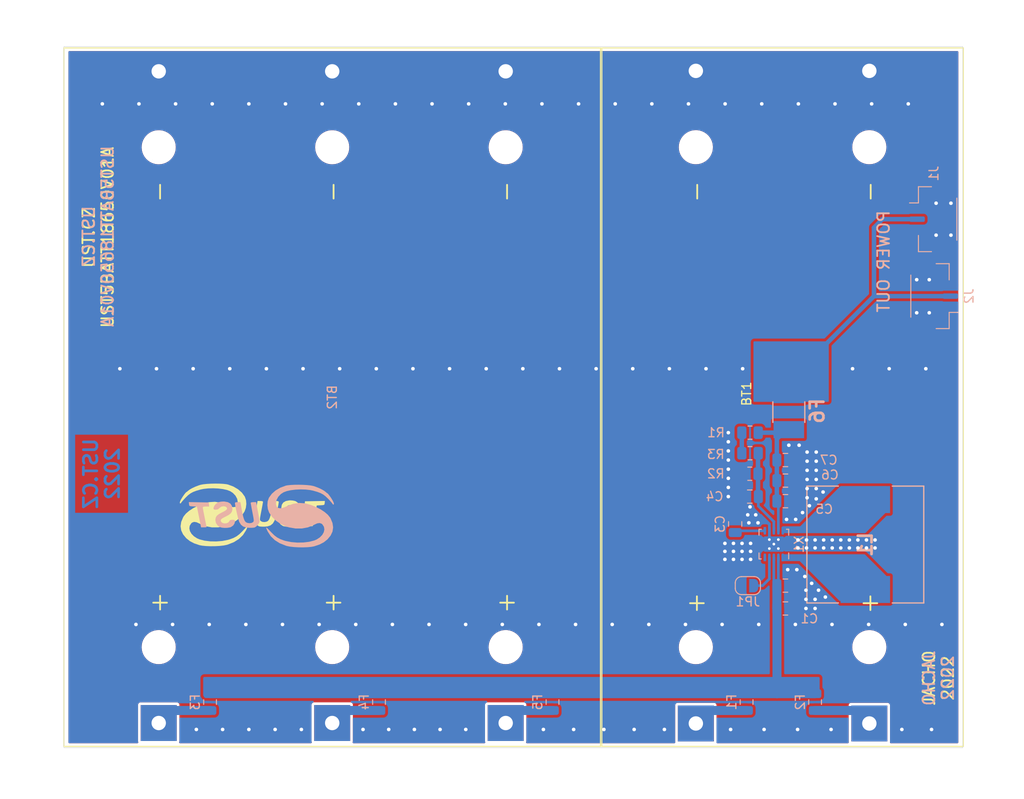
<source format=kicad_pcb>
(kicad_pcb (version 20211014) (generator pcbnew)
  (layers (0 "F.Cu" signal) (31 "B.Cu" signal) (34 "B.Paste" user) (35 "F.Paste" user) (36 "B.SilkS" user "B.Silkscreen") (37 "F.SilkS" user "F.Silkscreen") (38 "B.Mask" user) (39 "F.Mask" user) (44 "Edge.Cuts" user))
  (net 0 "")
  (net 1 "GND")
  (net 2 "Net-(C3-Pad2)")
  (net 3 "Net-(C4-Pad1)")
  (net 4 "Net-(C5-Pad2)")
  (net 5 "Net-(L1-Pad1)")
  (net 6 "Net-(L1-Pad2)")
  (net 7 "Net-(JP1-Pad2)")
  (net 9 "Net-(BT1-Pad1+)")
  (net 10 "Net-(BT1-Pad2+)")
  (net 11 "Net-(BT2-Pad1+)")
  (net 12 "Net-(BT2-Pad2+)")
  (net 13 "Net-(BT2-Pad3+)")
  (net 14 "Net-(C1-Pad2)")
  (net 15 "VDD")
  (net 16 "Net-(R1-Pad1)")
  (footprint "Mlab_Batery:BAT_BK-18650-PC6" (layer "F.Cu") (at 103.505 103.24 90)
    (fp_text reference "BT2")
    (fp_text value "NCR18650BL")
    (fp_text user "${REFERENCE}" (at -0.011 0 90) (layer "B.SilkS") (effects (justify mirror)))
    (fp_text user "-" (at 22.86 19.3 90 unlocked) (layer "F.SilkS") (effects (font (size 2 2) (thickness 0.2))))
    (fp_text user "+" (at -22.86 0 90 unlocked) (layer "F.SilkS") (effects (font (size 2 2) (thickness 0.2))))
    (fp_text user "-" (at 22.86 -19.3 90 unlocked) (layer "F.SilkS") (effects (font (size 2 2) (thickness 0.2))))
    (fp_text user "+" (at -22.86 -19.3 90 unlocked) (layer "F.SilkS") (effects (font (size 2 2) (thickness 0.2))))
    (fp_text user "-" (at 22.86 0 90 unlocked) (layer "F.SilkS") (effects (font (size 2 2) (thickness 0.2))))
    (fp_text user "+" (at -22.86 19.3 90 unlocked) (layer "F.SilkS") (effects (font (size 2 2) (thickness 0.2))))
    (pad "" np_thru_hole circle locked (at -27.805 -19.3 90) (size 3.2 3.2) (drill 3.2) (layers *.Cu *.Mask))
    (pad "" np_thru_hole circle locked (at 27.805 19.3 90) (size 3.2 3.2) (drill 3.2) (layers *.Cu *.Mask))
    (pad "" np_thru_hole circle locked (at 27.805 0 90) (size 3.2 3.2) (drill 3.2) (layers *.Cu *.Mask))
    (pad "" np_thru_hole circle locked (at -27.805 19.3 90) (size 3.2 3.2) (drill 3.2) (layers *.Cu *.Mask))
    (pad "" np_thru_hole circle locked (at 27.805 -19.3 90) (size 3.2 3.2) (drill 3.2) (layers *.Cu *.Mask))
    (pad "" np_thru_hole circle locked (at -27.805 0 90) (size 3.2 3.2) (drill 3.2) (layers *.Cu *.Mask))
    (pad "1+" thru_hole rect locked (at -36.25 -19.3 90) (size 4 4) (drill 1.6) (layers *.Cu *.Mask) (net 11 "Net-(BT2-Pad1+)"))
    (pad "1-" thru_hole rect locked (at 36.25 -19.3 90) (size 4 4) (drill 1.6) (layers *.Cu *.Mask) (net 1 "GND"))
    (pad "2+" thru_hole rect locked (at -36.25 0 90) (size 4 4) (drill 1.6) (layers *.Cu *.Mask) (net 12 "Net-(BT2-Pad2+)"))
    (pad "2-" thru_hole rect locked (at 36.25 0 90) (size 4 4) (drill 1.6) (layers *.Cu *.Mask) (net 1 "GND"))
    (pad "3+" thru_hole rect locked (at -36.25 19.3 90) (size 4 4) (drill 1.6) (layers *.Cu *.Mask) (net 13 "Net-(BT2-Pad3+)"))
    (pad "3-" thru_hole rect locked (at 36.25 19.3 90) (size 4 4) (drill 1.6) (layers *.Cu *.Mask) (net 1 "GND"))
  )
  (footprint "MLAB_LOGA:UST" (layer "F.Cu") (at 94.615 116.332)
    (fp_text reference "G1" hide)
    (fp_text value "LOGO_UST" hide)
  )
  (footprint "Mlab_Batery:BAT_BK-18650-PC4" (layer "F.Cu") (at 153.61 103.24 90)
    (fp_text reference "BT1" (at 0.37 -4.004 90) (layer "F.SilkS"))
    (fp_text value "NCR18650BL")
    (fp_text user "-" (at 22.86 9.65 90 unlocked) (layer "F.SilkS") (effects (font (size 2 2) (thickness 0.2))))
    (fp_text user "+" (at -22.920099 -9.684444 90 unlocked) (layer "F.SilkS") (effects (font (size 2 2) (thickness 0.2))))
    (fp_text user "-" (at 22.86 -9.65 90 unlocked) (layer "F.SilkS") (effects (font (size 2 2) (thickness 0.2))))
    (fp_text user "+" (at -22.920099 9.615556 90 unlocked) (layer "F.SilkS") (effects (font (size 2 2) (thickness 0.2))))
    (pad "" np_thru_hole circle locked (at -27.81 -9.65 90) (size 3.2 3.2) (drill 3.2) (layers *.Cu *.Mask))
    (pad "" np_thru_hole circle locked (at -27.81 9.65 90) (size 3.2 3.2) (drill 3.2) (layers *.Cu *.Mask))
    (pad "" np_thru_hole circle locked (at 27.81 9.65 90) (size 3.2 3.2) (drill 3.2) (layers *.Cu *.Mask))
    (pad "" np_thru_hole circle locked (at 27.81 -9.65 90) (size 3.2 3.2) (drill 3.2) (layers *.Cu *.Mask))
    (pad "1+" thru_hole rect locked (at -36.3 -9.65 90) (size 4 4) (drill 1.6) (layers *.Cu *.Mask) (net 9 "Net-(BT1-Pad1+)"))
    (pad "1-" thru_hole rect locked (at 36.3 -9.65 90) (size 4 4) (drill 1.6) (layers *.Cu *.Mask) (net 1 "GND"))
    (pad "2+" thru_hole rect locked (at -36.3 9.65 90) (size 4 4) (drill 1.6) (layers *.Cu *.Mask) (net 10 "Net-(BT1-Pad2+)"))
    (pad "2-" thru_hole rect locked (at 36.3 9.65 90) (size 4 4) (drill 1.6) (layers *.Cu *.Mask) (net 1 "GND"))
  )
  (footprint "Capacitor_SMD:C_0805_2012Metric" (layer "B.Cu") (at 153.924 114.808 180)
    (fp_text reference "C5" (at -4.318 -0.889) (layer "B.SilkS") (effects (justify mirror)))
    (fp_text value "10uF")
    (pad "1" smd roundrect (at -0.95 0 180) (size 1 1.45) (layers "B.Cu" "B.Paste" "B.Mask") (net 1 "GND"))
    (pad "2" smd roundrect (at 0.95 0 180) (size 1 1.45) (layers "B.Cu" "B.Paste" "B.Mask") (net 4 "Net-(C5-Pad2)"))
  )
  (footprint "Fuse:Fuse_0805_2012Metric" (layer "B.Cu") (at 108.712 137.16 -90)
    (fp_text reference "F4" (at 0 1.65 -270) (layer "B.SilkS") (effects (justify mirror)))
    (fp_text value "100mA")
    (pad "1" smd roundrect (at -0.9375 0 270) (size 0.975 1.4) (layers "B.Cu" "B.Paste" "B.Mask") (net 14 "Net-(C1-Pad2)"))
    (pad "2" smd roundrect (at 0.9375 0 270) (size 0.975 1.4) (layers "B.Cu" "B.Paste" "B.Mask") (net 12 "Net-(BT2-Pad2+)"))
  )
  (footprint "Capacitor_SMD:C_0805_2012Metric" (layer "B.Cu") (at 153.924 124.206 180)
    (fp_text reference "C2" hide)
    (fp_text value "10uF")
    (pad "1" smd roundrect (at -0.95 0 180) (size 1 1.45) (layers "B.Cu" "B.Paste" "B.Mask") (net 1 "GND"))
    (pad "2" smd roundrect (at 0.95 0 180) (size 1 1.45) (layers "B.Cu" "B.Paste" "B.Mask") (net 14 "Net-(C1-Pad2)"))
  )
  (footprint "Connector_JST:JST_GH_SM03B-GHS-TB_1x03-1MP_P1.25mm_Horizontal" (layer "B.Cu") (at 170.434 83.439 -90)
    (fp_text reference "J1" (at -5.08 0 90) (layer "B.SilkS") (effects (justify mirror)))
    (fp_text value "SM03B-GHS-TB")
    (pad "1" smd roundrect (at -1.25 1.85 270) (size 0.6 1.7) (layers "B.Cu" "B.Paste" "B.Mask") (net 1 "GND"))
    (pad "2" smd roundrect (at 0 1.85 270) (size 0.6 1.7) (layers "B.Cu" "B.Paste" "B.Mask") (net 15 "VDD"))
    (pad "3" smd roundrect (at 1.25 1.85 270) (size 0.6 1.7) (layers "B.Cu" "B.Paste" "B.Mask") (net 1 "GND"))
    (pad "MP" smd roundrect (at -3.1 -1.35 270) (size 1 2.7) (layers "B.Cu" "B.Paste" "B.Mask") (net 1 "GND"))
    (pad "MP" smd roundrect (at 3.1 -1.35 270) (size 1 2.7) (layers "B.Cu" "B.Paste" "B.Mask") (net 1 "GND"))
  )
  (footprint "Resistor_SMD:R_0805_2012Metric" (layer "B.Cu") (at 149.9635 111.76)
    (fp_text reference "R2" (at -3.7865 0) (layer "B.SilkS") (effects (justify mirror)))
    (fp_text value "100k")
    (pad "1" smd roundrect (at -0.9125 0) (size 1.025 1.4) (layers "B.Cu" "B.Paste" "B.Mask") (roundrect_rratio 0.243902) (net 1 "GND"))
    (pad "2" smd roundrect (at 0.9125 0) (size 1.025 1.4) (layers "B.Cu" "B.Paste" "B.Mask") (roundrect_rratio 0.243902) (net 3 "Net-(C4-Pad1)"))
  )
  (footprint "Capacitor_SMD:C_0805_2012Metric" (layer "B.Cu") (at 149.9635 114.3 180)
    (fp_text reference "C4" (at 3.9135 0) (layer "B.SilkS") (effects (justify mirror)))
    (fp_text value "10p")
    (pad "1" smd roundrect (at -0.95 0 180) (size 1 1.45) (layers "B.Cu" "B.Paste" "B.Mask") (net 3 "Net-(C4-Pad1)"))
    (pad "2" smd roundrect (at 0.95 0 180) (size 1 1.45) (layers "B.Cu" "B.Paste" "B.Mask") (net 1 "GND"))
  )
  (footprint "Fuse:Fuse_0805_2012Metric" (layer "B.Cu") (at 128.016 137.16 -90)
    (fp_text reference "F5" (at 0 1.65 -270) (layer "B.SilkS") (effects (justify mirror)))
    (fp_text value "100mA")
    (pad "1" smd roundrect (at -0.9375 0 270) (size 0.975 1.4) (layers "B.Cu" "B.Paste" "B.Mask") (net 14 "Net-(C1-Pad2)"))
    (pad "2" smd roundrect (at 0.9375 0 270) (size 0.975 1.4) (layers "B.Cu" "B.Paste" "B.Mask") (net 13 "Net-(BT2-Pad3+)"))
  )
  (footprint "Resistor_SMD:R_0805_2012Metric" (layer "B.Cu") (at 149.987 107.188)
    (fp_text reference "R1" (at -3.7865 0) (layer "B.SilkS") (effects (justify mirror)))
    (fp_text value "560k")
    (pad "1" smd roundrect (at -0.9125 0) (size 1.025 1.4) (layers "B.Cu" "B.Paste" "B.Mask") (roundrect_rratio 0.243902) (net 16 "Net-(R1-Pad1)"))
    (pad "2" smd roundrect (at 0.9125 0) (size 1.025 1.4) (layers "B.Cu" "B.Paste" "B.Mask") (roundrect_rratio 0.243902) (net 4 "Net-(C5-Pad2)"))
  )
  (footprint "Capacitor_SMD:C_0805_2012Metric" (layer "B.Cu") (at 153.924 110.236 180)
    (fp_text reference "C7" (at -4.826 0) (layer "B.SilkS") (effects (justify mirror)))
    (fp_text value "47uF/6V3")
    (pad "1" smd roundrect (at -0.95 0 180) (size 1 1.45) (layers "B.Cu" "B.Paste" "B.Mask") (net 1 "GND"))
    (pad "2" smd roundrect (at 0.95 0 180) (size 1 1.45) (layers "B.Cu" "B.Paste" "B.Mask") (net 4 "Net-(C5-Pad2)"))
  )
  (footprint "Jumper:SolderJumper-2_P1.3mm_Open_RoundedPad1.0x1.5mm" (layer "B.Cu") (at 149.748 124.206)
    (fp_text reference "JP1" (at 0 1.8) (layer "B.SilkS") (effects (justify mirror)))
    (fp_text value "SolderJumper_2_Open")
    (pad "1" smd custom (at -0.65 0) (size 1 0.5) (layers "B.Cu" "B.Mask") (net 1 "GND") (options (clearance outline) (anchor rect)) (primitives (gr_circle (center 0 -0.25) (end 0.5 -0.25) (width 0) (fill yes)) (gr_circle (center 0 0.25) (end 0.5 0.25) (width 0) (fill yes)) (gr_poly (pts (xy 0.5 -0.75) (xy 0 -0.75) (xy 0 0.75) (xy 0.5 0.75)) (width 0) (fill yes))))
    (pad "2" smd custom (at 0.65 0) (size 1 0.5) (layers "B.Cu" "B.Mask") (net 7 "Net-(JP1-Pad2)") (options (clearance outline) (anchor rect)) (primitives (gr_circle (center 0 -0.25) (end 0.5 -0.25) (width 0) (fill yes)) (gr_circle (center 0 0.25) (end 0.5 0.25) (width 0) (fill yes)) (gr_poly (pts (xy 0 -0.75) (xy -0.5 -0.75) (xy -0.5 0.75) (xy 0 0.75)) (width 0) (fill yes))))
  )
  (footprint "Capacitor_SMD:C_0805_2012Metric" (layer "B.Cu") (at 148.336 117.348 -90)
    (fp_text reference "C3" (at 0 1.68 -270) (layer "B.SilkS") (effects (justify mirror)))
    (fp_text value "100nF")
    (pad "1" smd roundrect (at -0.95 0 270) (size 1 1.45) (layers "B.Cu" "B.Paste" "B.Mask") (net 1 "GND"))
    (pad "2" smd roundrect (at 0.95 0 270) (size 1 1.45) (layers "B.Cu" "B.Paste" "B.Mask") (net 2 "Net-(C3-Pad2)"))
  )
  (footprint "MLAB_LOGA:UST" (layer "B.Cu") (at 95.631 116.459 180)
    (fp_text reference "G1" hide)
    (fp_text value "LOGO_UST" hide)
  )
  (footprint "Mlab_L:DE1207" (layer "B.Cu") (at 162.814 119.634 -90)
    (fp_text reference "L1" (at 0 0 90) (layer "B.SilkS") (effects (font (size 1.524 1.524) (thickness 0.3048)) (justify mirror)))
    (fp_text value "DE1207-1" hide)
    (pad "1" smd rect (at 5 0 270) (size 3 5.5) (layers "B.Cu" "B.Paste" "B.Mask") (net 5 "Net-(L1-Pad1)"))
    (pad "2" smd rect (at -5 0 270) (size 3 5.5) (layers "B.Cu" "B.Paste" "B.Mask") (net 6 "Net-(L1-Pad2)"))
  )
  (footprint "Capacitor_SMD:C_0805_2012Metric" (layer "B.Cu") (at 153.924 112.522 180)
    (fp_text reference "C6" (at -4.953 0.635) (layer "B.SilkS") (effects (justify mirror)))
    (fp_text value "47uF/6V3")
    (pad "1" smd roundrect (at -0.95 0 180) (size 1 1.45) (layers "B.Cu" "B.Paste" "B.Mask") (net 1 "GND"))
    (pad "2" smd roundrect (at 0.95 0 180) (size 1 1.45) (layers "B.Cu" "B.Paste" "B.Mask") (net 4 "Net-(C5-Pad2)"))
  )
  (footprint "Fuse:Fuse_0805_2012Metric" (layer "B.Cu") (at 157.226 137.16 -90)
    (fp_text reference "F2" (at 0 1.65 -270) (layer "B.SilkS") (effects (justify mirror)))
    (fp_text value "100mA")
    (pad "1" smd roundrect (at -0.9375 0 270) (size 0.975 1.4) (layers "B.Cu" "B.Paste" "B.Mask") (net 14 "Net-(C1-Pad2)"))
    (pad "2" smd roundrect (at 0.9375 0 270) (size 0.975 1.4) (layers "B.Cu" "B.Paste" "B.Mask") (net 10 "Net-(BT1-Pad2+)"))
  )
  (footprint "Capacitor_SMD:C_0805_2012Metric" (layer "B.Cu") (at 153.924 126.746 180)
    (fp_text reference "C1" (at -2.667 -1.143) (layer "B.SilkS") (effects (justify mirror)))
    (fp_text value "47uF/6V3")
    (pad "1" smd roundrect (at -0.95 0 180) (size 1 1.45) (layers "B.Cu" "B.Paste" "B.Mask") (net 1 "GND"))
    (pad "2" smd roundrect (at 0.95 0 180) (size 1 1.45) (layers "B.Cu" "B.Paste" "B.Mask") (net 14 "Net-(C1-Pad2)"))
  )
  (footprint "Resistor_SMD:R_0805_2012Metric" (layer "B.Cu") (at 149.987 109.474 180)
    (fp_text reference "R3" (at 3.81 -0.127) (layer "B.SilkS") (effects (justify mirror)))
    (fp_text value "20k")
    (pad "1" smd roundrect (at -0.9125 0 180) (size 1.025 1.4) (layers "B.Cu" "B.Paste" "B.Mask") (roundrect_rratio 0.243902) (net 3 "Net-(C4-Pad1)"))
    (pad "2" smd roundrect (at 0.9125 0 180) (size 1.025 1.4) (layers "B.Cu" "B.Paste" "B.Mask") (roundrect_rratio 0.243902) (net 16 "Net-(R1-Pad1)"))
  )
  (footprint "Package_SON:Texas_S-PWSON-N10_ThermalVias" (layer "B.Cu") (at 152.638 119.585 90)
    (fp_text reference "X1" (at -0.049 2.81 90) (layer "B.SilkS") (effects (justify mirror)))
    (fp_text value "TPS63060")
    (pad "1" smd rect (at -1.76 1 90) (size 0.28 0.28) (layers "B.Cu" "B.Paste" "B.Mask") (net 5 "Net-(L1-Pad1)"))
    (pad "1" smd oval (at -1.475 1 90) (size 0.85 0.28) (layers "B.Cu" "B.Paste" "B.Mask") (net 5 "Net-(L1-Pad1)"))
    (pad "2" smd rect (at -1.76 0.5 90) (size 0.28 0.28) (layers "B.Cu" "B.Paste" "B.Mask") (net 14 "Net-(C1-Pad2)"))
    (pad "2" smd oval (at -1.475 0.5 90) (size 0.85 0.28) (layers "B.Cu" "B.Paste" "B.Mask") (net 14 "Net-(C1-Pad2)"))
    (pad "3" smd rect (at -1.76 0 90) (size 0.28 0.28) (layers "B.Cu" "B.Paste" "B.Mask") (net 14 "Net-(C1-Pad2)"))
    (pad "3" smd oval (at -1.475 0 90) (size 0.85 0.28) (layers "B.Cu" "B.Paste" "B.Mask") (net 14 "Net-(C1-Pad2)"))
    (pad "4" smd oval (at -1.475 -0.5 90) (size 0.85 0.28) (layers "B.Cu" "B.Paste" "B.Mask") (net 7 "Net-(JP1-Pad2)"))
    (pad "4" smd rect (at -1.76 -0.5 90) (size 0.28 0.28) (layers "B.Cu" "B.Paste" "B.Mask") (net 7 "Net-(JP1-Pad2)"))
    (pad "5" smd rect (at -1.76 -1 90) (size 0.28 0.28) (layers "B.Cu" "B.Paste" "B.Mask"))
    (pad "5" smd oval (at -1.475 -1 90) (size 0.85 0.28) (layers "B.Cu" "B.Paste" "B.Mask"))
    (pad "6" smd oval (at 1.475 -1 90) (size 0.85 0.28) (layers "B.Cu" "B.Paste" "B.Mask") (net 2 "Net-(C3-Pad2)"))
    (pad "6" smd rect (at 1.76 -1 90) (size 0.28 0.28) (layers "B.Cu" "B.Paste" "B.Mask") (net 2 "Net-(C3-Pad2)"))
    (pad "7" smd oval (at 1.475 -0.5 90) (size 0.85 0.28) (layers "B.Cu" "B.Paste" "B.Mask") (net 1 "GND"))
    (pad "7" smd rect (at 1.76 -0.5 90) (size 0.28 0.28) (layers "B.Cu" "B.Paste" "B.Mask") (net 1 "GND"))
    (pad "8" smd oval (at 1.475 0 90) (size 0.85 0.28) (layers "B.Cu" "B.Paste" "B.Mask") (net 3 "Net-(C4-Pad1)"))
    (pad "8" smd rect (at 1.76 0 90) (size 0.28 0.28) (layers "B.Cu" "B.Paste" "B.Mask") (net 3 "Net-(C4-Pad1)"))
    (pad "9" smd oval (at 1.475 0.5 90) (size 0.85 0.28) (layers "B.Cu" "B.Paste" "B.Mask") (net 4 "Net-(C5-Pad2)"))
    (pad "9" smd rect (at 1.76 0.5 90) (size 0.28 0.28) (layers "B.Cu" "B.Paste" "B.Mask") (net 4 "Net-(C5-Pad2)"))
    (pad "10" smd rect (at 1.76 1 90) (size 0.28 0.28) (layers "B.Cu" "B.Paste" "B.Mask") (net 6 "Net-(L1-Pad2)"))
    (pad "10" smd oval (at 1.475 1 90) (size 0.85 0.28) (layers "B.Cu" "B.Paste" "B.Mask") (net 6 "Net-(L1-Pad2)"))
    (pad "11" smd rect (at -0.6 -1.425 90) (size 0.25 0.7) (layers "B.Cu" "B.Paste" "B.Mask") (net 1 "GND"))
    (pad "11" smd rect (at 0.6 -1.425 90) (size 0.25 0.7) (layers "B.Cu" "B.Paste" "B.Mask") (net 1 "GND"))
    (pad "11" smd rect (at -0.6 -1.425 90) (size 0.23 0.6) (layers "B.Cu" "B.Paste" "B.Mask") (net 1 "GND"))
    (pad "11" thru_hole circle (at 0 0 90) (size 0.6 0.6) (drill 0.3) (layers *.Cu *.Mask) (net 1 "GND"))
    (pad "11" smd rect (at -0.6 1.425 90) (size 0.25 0.7) (layers "B.Cu" "B.Paste" "B.Mask") (net 1 "GND"))
    (pad "11" smd rect (at 0 0 90) (size 1.7 2.15) (layers "B.Cu" "B.Mask") (net 1 "GND"))
    (pad "11" smd rect (at 0.435 0.56 90) (size 0.65 0.9) (layers "B.Cu" "B.Paste" "B.Mask") (net 1 "GND"))
    (pad "11" smd rect (at 0.2 1.425 90) (size 0.25 0.7) (layers "B.Cu" "B.Paste" "B.Mask") (net 1 "GND"))
    (pad "11" smd rect (at -0.2 -1.425 90) (size 0.23 0.6) (layers "B.Cu" "B.Paste" "B.Mask") (net 1 "GND"))
    (pad "11" smd rect (at 0.2 1.425 90) (size 0.23 0.6) (layers "B.Cu" "B.Paste" "B.Mask") (net 1 "GND"))
    (pad "11" thru_hole circle (at 0.5 0.5 90) (size 0.6 0.6) (drill 0.3) (layers *.Cu *.Mask) (net 1 "GND"))
    (pad "11" smd rect (at -0.001 0 90) (size 2.3 2.3) (layers "F.Cu") (net 1 "GND"))
    (pad "11" smd rect (at 0.2 -1.425 90) (size 0.25 0.7) (layers "B.Cu" "B.Paste" "B.Mask") (net 1 "GND"))
    (pad "11" smd rect (at 0.6 1.425 90) (size 0.25 0.7) (layers "B.Cu" "B.Paste" "B.Mask") (net 1 "GND"))
    (pad "11" thru_hole circle (at -0.5 -0.5 90) (size 0.6 0.6) (drill 0.3) (layers *.Cu *.Mask) (net 1 "GND"))
    (pad "11" smd rect (at 0.2 -1.425 90) (size 0.23 0.6) (layers "B.Cu" "B.Paste" "B.Mask") (net 1 "GND"))
    (pad "11" smd rect (at -0.2 1.425 90) (size 0.25 0.7) (layers "B.Cu" "B.Paste" "B.Mask") (net 1 "GND"))
    (pad "11" thru_hole circle (at -0.5 0.5 90) (size 0.6 0.6) (drill 0.3) (layers *.Cu *.Mask) (net 1 "GND"))
    (pad "11" smd rect (at -0.435 -0.56 90) (size 0.65 0.9) (layers "B.Cu" "B.Paste" "B.Mask") (net 1 "GND"))
    (pad "11" smd rect (at -0.6 1.425 90) (size 0.23 0.6) (layers "B.Cu" "B.Paste" "B.Mask") (net 1 "GND"))
    (pad "11" thru_hole circle (at 0.5 -0.5 90) (size 0.6 0.6) (drill 0.3) (layers *.Cu *.Mask) (net 1 "GND"))
    (pad "11" smd rect (at -0.435 0.56 90) (size 0.65 0.9) (layers "B.Cu" "B.Paste" "B.Mask") (net 1 "GND"))
    (pad "11" smd rect (at 0.435 -0.56 90) (size 0.65 0.9) (layers "B.Cu" "B.Paste" "B.Mask") (net 1 "GND"))
    (pad "11" smd rect (at -0.2 -1.425 90) (size 0.25 0.7) (layers "B.Cu" "B.Paste" "B.Mask") (net 1 "GND"))
    (pad "11" smd rect (at 0.6 1.425 90) (size 0.23 0.6) (layers "B.Cu" "B.Paste" "B.Mask") (net 1 "GND"))
    (pad "11" smd rect (at 0.6 -1.425 90) (size 0.23 0.6) (layers "B.Cu" "B.Paste" "B.Mask") (net 1 "GND"))
    (pad "11" smd rect (at -0.2 1.425 90) (size 0.23 0.6) (layers "B.Cu" "B.Paste" "B.Mask") (net 1 "GND"))
  )
  (footprint "Connector_JST:JST_GH_SM03B-GHS-TB_1x03-1MP_P1.25mm_Horizontal" (layer "B.Cu") (at 170.434 92 90)
    (fp_text reference "J2" (at 0 3.9 90) (layer "B.SilkS") (effects (justify mirror)))
    (fp_text value "SM03B-GHS-TB")
    (pad "1" smd roundrect (at -1.25 1.85 90) (size 0.6 1.7) (layers "B.Cu" "B.Paste" "B.Mask") (net 1 "GND"))
    (pad "2" smd roundrect (at 0 1.85 90) (size 0.6 1.7) (layers "B.Cu" "B.Paste" "B.Mask") (net 15 "VDD"))
    (pad "3" smd roundrect (at 1.25 1.85 90) (size 0.6 1.7) (layers "B.Cu" "B.Paste" "B.Mask") (net 1 "GND"))
    (pad "MP" smd roundrect (at -3.1 -1.35 90) (size 1 2.7) (layers "B.Cu" "B.Paste" "B.Mask") (net 1 "GND"))
    (pad "MP" smd roundrect (at 3.1 -1.35 90) (size 1 2.7) (layers "B.Cu" "B.Paste" "B.Mask") (net 1 "GND"))
  )
  (footprint "Fuse:Fuse_0805_2012Metric" (layer "B.Cu") (at 89.916 137.16 -90)
    (fp_text reference "F3" (at 0 1.65 -270) (layer "B.SilkS") (effects (justify mirror)))
    (fp_text value "100mA")
    (pad "1" smd roundrect (at -0.9375 0 270) (size 0.975 1.4) (layers "B.Cu" "B.Paste" "B.Mask") (net 14 "Net-(C1-Pad2)"))
    (pad "2" smd roundrect (at 0.9375 0 270) (size 0.975 1.4) (layers "B.Cu" "B.Paste" "B.Mask") (net 11 "Net-(BT2-Pad1+)"))
  )
  (footprint "Fuse:Fuse_0805_2012Metric" (layer "B.Cu") (at 149.606 137.16 -90)
    (fp_text reference "F1" (at 0 1.65 -270) (layer "B.SilkS") (effects (justify mirror)))
    (fp_text value "100mA")
    (pad "1" smd roundrect (at -0.9375 0 270) (size 0.975 1.4) (layers "B.Cu" "B.Paste" "B.Mask") (net 14 "Net-(C1-Pad2)"))
    (pad "2" smd roundrect (at 0.9375 0 270) (size 0.975 1.4) (layers "B.Cu" "B.Paste" "B.Mask") (net 9 "Net-(BT1-Pad1+)"))
  )
  (footprint "Mlab_F:1812" (layer "B.Cu") (at 154.305 104.902 90)
    (fp_text reference "F6" (at 0.13462 3.15468 90) (layer "B.SilkS") (effects (font (size 1.524 1.524) (thickness 0.3048)) (justify mirror)))
    (fp_text value "1,1A" hide)
    (pad "1" smd rect locked (at -1.95 0 90) (size 1.9 3.4) (layers "B.Cu" "B.Paste" "B.Mask") (net 4 "Net-(C5-Pad2)"))
    (pad "2" smd rect locked (at 1.95 0 90) (size 1.9 3.4) (layers "B.Cu" "B.Paste" "B.Mask") (net 15 "VDD"))
  )
  (gr_rect (start 73.66 142.24) (end 173.66 64.24) (layer "Edge.Cuts") (width 0.05) (fill none))
  (gr_text "UST.CZ\n2022" (at 77.851 111.76 90) (layer "B.Cu") (effects (font (size 1.5 1.5) (thickness 0.3)) (justify mirror)))
  (gr_text "UST.CZ\nUST5BATT18650V01A" (at 77.47 85.344 90) (layer "B.SilkS") (effects (font (size 1.3 1.3) (thickness 0.2)) (justify mirror)))
  (gr_text "JACHO\n2022" (at 170.942 134.493 90) (layer "B.SilkS") (effects (font (size 1.3 1.3) (thickness 0.2)) (justify mirror)))
  (gr_text "POWER OUT" (at 164.846 88.138 90) (layer "B.SilkS") (effects (font (size 1.3 1.3) (thickness 0.2)) (justify mirror)))
  (gr_text "UST.CZ\nUST5BATT18650V01A" (at 77.47 85.471 90) (layer "F.SilkS") (effects (font (size 1.3 1.3) (thickness 0.2))))
  (gr_text "JACHO\n2022" (at 170.942 134.493 90) (layer "F.SilkS") (effects (font (size 1.3 1.3) (thickness 0.2))))
  (via (at 157.226 120.015) (size 0.8) (drill 0.4) (layers "F.Cu" "B.Cu") (net 1))
  (via (at 102.38509 70.612) (size 0.8) (drill 0.4) (layers "F.Cu" "B.Cu") (net 1))
  (via (at 98.309545 70.612) (size 0.8) (drill 0.4) (layers "F.Cu" "B.Cu") (net 1))
  (via (at 159.131 119.126) (size 0.8) (drill 0.4) (layers "F.Cu" "B.Cu") (net 1))
  (via (at 161.393905 100.076) (size 0.8) (drill 0.4) (layers "F.Cu" "B.Cu") (net 1))
  (via (at 118.352455 128.524) (size 0.8) (drill 0.4) (layers "F.Cu" "B.Cu") (net 1))
  (via (at 130.57909 128.524) (size 0.8) (drill 0.4) (layers "F.Cu" "B.Cu") (net 1))
  (via (at 147.193 120.396) (size 0.8) (drill 0.4) (layers "F.Cu" "B.Cu") (net 1))
  (via (at 158.115 113.792) (size 0.8) (drill 0.4) (layers "F.Cu" "B.Cu") (net 1))
  (via (at 161.036 119.126) (size 0.8) (drill 0.4) (layers "F.Cu" "B.Cu") (net 1))
  (via (at 163.518265 70.612) (size 0.8) (drill 0.4) (layers "F.Cu" "B.Cu") (net 1))
  (via (at 108.41182 100.076) (size 0.8) (drill 0.4) (layers "F.Cu" "B.Cu") (net 1))
  (via (at 150.0505 119.507) (size 0.8) (drill 0.4) (layers "F.Cu" "B.Cu") (net 1))
  (via (at 169.545005 100.076) (size 0.8) (drill 0.4) (layers "F.Cu" "B.Cu") (net 1))
  (via (at 157.607 124.714) (size 0.8) (drill 0.4) (layers "F.Cu" "B.Cu") (net 1))
  (via (at 89.82364 128.524) (size 0.8) (drill 0.4) (layers "F.Cu" "B.Cu") (net 1))
  (via (at 92.10964 100.076) (size 0.8) (drill 0.4) (layers "F.Cu" "B.Cu") (net 1))
  (via (at 134.98945 70.612) (size 0.8) (drill 0.4) (layers "F.Cu" "B.Cu") (net 1))
  (via (at 156.2735 120.015) (size 0.8) (drill 0.4) (layers "F.Cu" "B.Cu") (net 1))
  (via (at 161.036 120.015) (size 0.8) (drill 0.4) (layers "F.Cu" "B.Cu") (net 1))
  (via (at 147.574 109.22) (size 0.8) (drill 0.4) (layers "F.Cu" "B.Cu") (net 1))
  (via (at 161.9885 119.126) (size 0.8) (drill 0.4) (layers "F.Cu" "B.Cu") (net 1))
  (via (at 124.714 100.076) (size 0.8) (drill 0.4) (layers "F.Cu" "B.Cu") (net 1))
  (via (at 156.845 123.952) (size 0.8) (drill 0.4) (layers "F.Cu" "B.Cu") (net 1))
  (via (at 147.828 140.208) (size 0.8) (drill 0.4) (layers "F.Cu" "B.Cu") (net 1))
  (via (at 97.155 140.208) (size 0.8) (drill 0.4) (layers "F.Cu" "B.Cu") (net 1))
  (via (at 148.1455 121.285) (size 0.8) (drill 0.4) (layers "F.Cu" "B.Cu") (net 1))
  (via (at 145.091725 100.076) (size 0.8) (drill 0.4) (layers "F.Cu" "B.Cu") (net 1))
  (via (at 154.178 122.428) (size 0.8) (drill 0.4) (layers "F.Cu" "B.Cu") (net 1))
  (via (at 106.12582 128.524) (size 0.8) (drill 0.4) (layers "F.Cu" "B.Cu") (net 1))
  (via (at 148.1455 120.396) (size 0.8) (drill 0.4) (layers "F.Cu" "B.Cu") (net 1))
  (via (at 155.448 108.585) (size 0.8) (drill 0.4) (layers "F.Cu" "B.Cu") (net 1))
  (via (at 137.0965 140.208) (size 0.8) (drill 0.4) (layers "F.Cu" "B.Cu") (net 1))
  (via (at 157.353 114.554) (size 0.8) (drill 0.4) (layers "F.Cu" "B.Cu") (net 1))
  (via (at 94.234 140.208) (size 0.8) (drill 0.4) (layers "F.Cu" "B.Cu") (net 1))
  (via (at 155.067 116.84) (size 0.8) (drill 0.4) (layers "F.Cu" "B.Cu") (net 1))
  (via (at 163.18345 128.524) (size 0.8) (drill 0.4) (layers "F.Cu" "B.Cu") (net 1))
  (via (at 155.321 119.126) (size 0.8) (drill 0.4) (layers "F.Cu" "B.Cu") (net 1))
  (via (at 150.0505 121.285) (size 0.8) (drill 0.4) (layers "F.Cu" "B.Cu") (net 1))
  (via (at 118.364 140.208) (size 0.8) (drill 0.4) (layers "F.Cu" "B.Cu") (net 1))
  (via (at 171.33455 128.524) (size 0.8) (drill 0.4) (layers "F.Cu" "B.Cu") (net 1))
  (via (at 168.529 90.17) (size 0.8) (drill 0.4) (layers "F.Cu" "B.Cu") (net 1))
  (via (at 157.226 126.746) (size 0.8) (drill 0.4) (layers "F.Cu" "B.Cu") (net 1))
  (via (at 85.748095 128.524) (size 0.8) (drill 0.4) (layers "F.Cu" "B.Cu") (net 1))
  (via (at 156.21 124.714) (size 0.8) (drill 0.4) (layers "F.Cu" "B.Cu") (net 1))
  (via (at 162.941 120.015) (size 0.8) (drill 0.4) (layers "F.Cu" "B.Cu") (net 1))
  (via (at 156.337 114.427) (size 0.8) (drill 0.4) (layers "F.Cu" "B.Cu") (net 1))
  (via (at 147.574 107.188) (size 0.8) (drill 0.4) (layers "F.Cu" "B.Cu") (net 1))
  (via (at 154.051 116.84) (size 0.8) (drill 0.4) (layers "F.Cu" "B.Cu") (net 1))
  (via (at 163.8935 120.015) (size 0.8) (drill 0.4) (layers "F.Cu" "B.Cu") (net 1))
  (via (at 149.16727 100.076) (size 0.8) (drill 0.4) (layers "F.Cu" "B.Cu") (net 1))
  (via (at 157.353 111.379) (size 0.8) (drill 0.4) (layers "F.Cu" "B.Cu") (net 1))
  (via (at 146.88127 128.524) (size 0.8) (drill 0.4) (layers "F.Cu" "B.Cu") (net 1))
  (via (at 160.0835 120.015) (size 0.8) (drill 0.4) (layers "F.Cu" "B.Cu") (net 1))
  (via (at 170.688 85.217) (size 0.8) (drill 0.4) (layers "F.Cu" "B.Cu") (net 1))
  (via (at 128.789545 100.076) (size 0.8) (drill 0.4) (layers "F.Cu" "B.Cu") (net 1))
  (via (at 147.574 108.204) (size 0.8) (drill 0.4) (layers "F.Cu" "B.Cu") (net 1))
  (via (at 140.462 140.208) (size 0.8) (drill 0.4) (layers "F.Cu" "B.Cu") (net 1))
  (via (at 156.21 125.73) (size 0.8) (drill 0.4) (layers "F.Cu" "B.Cu") (net 1))
  (via (at 156.337 109.347) (size 0.8) (drill 0.4) (layers "F.Cu" "B.Cu") (net 1))
  (via (at 122.762815 70.612) (size 0.8) (drill 0.4) (layers "F.Cu" "B.Cu") (net 1))
  (via (at 155.829 116.078) (size 0.8) (drill 0.4) (layers "F.Cu" "B.Cu") (net 1))
  (via (at 81.67255 128.524) (size 0.8) (drill 0.4) (layers "F.Cu" "B.Cu") (net 1))
  (via (at 155.367175 70.612) (size 0.8) (drill 0.4) (layers "F.Cu" "B.Cu") (net 1))
  (via (at 155.194 122.428) (size 0.8) (drill 0.4) (layers "F.Cu" "B.Cu") (net 1))
  (via (at 142.805725 128.524) (size 0.8) (drill 0.4) (layers "F.Cu" "B.Cu") (net 1))
  (via (at 147.574 110.236) (size 0.8) (drill 0.4) (layers "F.Cu" "B.Cu") (net 1))
  (via (at 157.226 119.126) (size 0.8) (drill 0.4) (layers "F.Cu" "B.Cu") (net 1))
  (via (at 104.336275 100.076) (size 0.8) (drill 0.4) (layers "F.Cu" "B.Cu") (net 1))
  (via (at 149.86 117.221) (size 0.8) (drill 0.4) (layers "F.Cu" "B.Cu") (net 1))
  (via (at 157.226 125.73) (size 0.8) (drill 0.4) (layers "F.Cu" "B.Cu") (net 1))
  (via (at 168.529 93.853) (size 0.8) (drill 0.4) (layers "F.Cu" "B.Cu") (net 1))
  (via (at 116.56291 100.076) (size 0.8) (drill 0.4) (layers "F.Cu" "B.Cu") (net 1))
  (via (at 126.83836 70.612) (size 0.8) (drill 0.4) (layers "F.Cu" "B.Cu") (net 1))
  (via (at 147.193 119.507) (size 0.8) (drill 0.4) (layers "F.Cu" "B.Cu") (net 1))
  (via (at 158.1785 120.015) (size 0.8) (drill 0.4) (layers "F.Cu" "B.Cu") (net 1))
  (via (at 158.369 125.476) (size 0.8) (drill 0.4) (layers "F.Cu" "B.Cu") (net 1))
  (via (at 158.1785 119.126) (size 0.8) (drill 0.4) (layers "F.Cu" "B.Cu") (net 1))
  (via (at 156.591 115.316) (size 0.8) (drill 0.4) (layers "F.Cu" "B.Cu") (net 1))
  (via (at 114.27691 128.524) (size 0.8) (drill 0.4) (layers "F.Cu" "B.Cu") (net 1))
  (via (at 156.337 112.395) (size 0.8) (drill 0.4) (layers "F.Cu" "B.Cu") (net 1))
  (via (at 159.131 120.015) (size 0.8) (drill 0.4) (layers "F.Cu" "B.Cu") (net 1))
  (via (at 149.987 115.443) (size 0.8) (drill 0.4) (layers "F.Cu" "B.Cu") (net 1))
  (via (at 147.574 112.268) (size 0.8) (drill 0.4) (layers "F.Cu" "B.Cu") (net 1))
  (via (at 150.876 117.221) (size 0.8) (drill 0.4) (layers "F.Cu" "B.Cu") (net 1))
  (via (at 172.339 81.661) (size 0.8) (drill 0.4) (layers "F.Cu" "B.Cu") (net 1))
  (via (at 149.733 116.332) (size 0.8) (drill 0.4) (layers "F.Cu" "B.Cu") (net 1))
  (via (at 100.076 140.208) (size 0.8) (drill 0.4) (layers "F.Cu" "B.Cu") (net 1))
  (via (at 170.18 140.208) (size 0.8) (drill 0.4) (layers "F.Cu" "B.Cu") (net 1))
  (via (at 115.5065 140.208) (size 0.8) (drill 0.4) (layers "F.Cu" "B.Cu") (net 1))
  (via (at 127 140.208) (size 0.8) (drill 0.4) (layers "F.Cu" "B.Cu") (net 1))
  (via (at 136.940635 100.076) (size 0.8) (drill 0.4) (layers "F.Cu" "B.Cu") (net 1))
  (via (at 149.098 119.507) (size 0.8) (drill 0.4) (layers "F.Cu" "B.Cu") (net 1))
  (via (at 167.258995 128.524) (size 0.8) (drill 0.4) (layers "F.Cu" "B.Cu") (net 1))
  (via (at 167.59382 70.612) (size 0.8) (drill 0.4) (layers "F.Cu" "B.Cu") (net 1))
  (via (at 110.53618 70.612) (size 0.8) (drill 0.4) (layers "F.Cu" "B.Cu") (net 1))
  (via (at 149.098 121.285) (size 0.8) (drill 0.4) (layers "F.Cu" "B.Cu") (net 1))
  (via (at 172.339 85.217) (size 0.8) (drill 0.4) (layers "F.Cu" "B.Cu") (net 1))
  (via (at 159.44272 70.612) (size 0.8) (drill 0.4) (layers "F.Cu" "B.Cu") (net 1))
  (via (at 165.46945 100.076) (size 0.8) (drill 0.4) (layers "F.Cu" "B.Cu") (net 1))
  (via (at 151.553333 140.208) (size 0.8) (drill 0.4) (layers "F.Cu" "B.Cu") (net 1))
  (via (at 110.201365 128.524) (size 0.8) (drill 0.4) (layers "F.Cu" "B.Cu") (net 1))
  (via (at 157.353 112.395) (size 0.8) (drill 0.4) (layers "F.Cu" "B.Cu") (net 1))
  (via (at 83.95855 100.076) (size 0.8) (drill 0.4) (layers "F.Cu" "B.Cu") (net 1))
  (via (at 163.8935 119.126) (size 0.8) (drill 0.4) (layers "F.Cu" "B.Cu") (net 1))
  (via (at 126.503545 128.524) (size 0.8) (drill 0.4) (layers "F.Cu" "B.Cu") (net 1))
  (via (at 132.86509 100.076) (size 0.8) (drill 0.4) (layers "F.Cu" "B.Cu") (net 1))
  (via (at 91.313 140.208) (size 0.8) (drill 0.4) (layers "F.Cu" "B.Cu") (net 1))
  (via (at 156.337 111.379) (size 0.8) (drill 0.4) (layers "F.Cu" "B.Cu") (net 1))
  (via (at 149.098 120.396) (size 0.8) (drill 0.4) (layers "F.Cu" "B.Cu") (net 1))
  (via (at 147.216085 70.612) (size 0.8) (drill 0.4) (layers "F.Cu" "B.Cu") (net 1))
  (via (at 120.638455 100.076) (size 0.8) (drill 0.4) (layers "F.Cu" "B.Cu") (net 1))
  (via (at 155.321 120.015) (size 0.8) (drill 0.4) (layers "F.Cu" "B.Cu") (net 1))
  (via (at 138.73018 128.524) (size 0.8) (drill 0.4) (layers "F.Cu" "B.Cu") (net 1))
  (via (at 94.234 70.612) (size 0.8) (drill 0.4) (layers "F.Cu" "B.Cu") (net 1))
  (via (at 134.654635 128.524) (size 0.8) (drill 0.4) (layers "F.Cu" "B.Cu") (net 1))
  (via (at 133.731 140.208) (size 0.8) (drill 0.4) (layers "F.Cu" "B.Cu") (net 1))
  (via (at 88.034095 100.076) (size 0.8) (drill 0.4) (layers "F.Cu" "B.Cu") (net 1))
  (via (at 156.337 113.411) (size 0.8) (drill 0.4) (layers "F.Cu" "B.Cu") (net 1))
  (via (at 156.21 126.746) (size 0.8) (drill 0.4) (layers "F.Cu" "B.Cu") (net 1))
  (via (at 130.913905 70.612) (size 0.8) (drill 0.4) (layers "F.Cu" "B.Cu") (net 1))
  (via (at 139.064995 70.612) (size 0.8) (drill 0.4) (layers "F.Cu" "B.Cu") (net 1))
  (via (at 159.107905 128.524) (size 0.8) (drill 0.4) (layers "F.Cu" "B.Cu") (net 1))
  (via (at 169.926 90.17) (size 0.8) (drill 0.4) (layers "F.Cu" "B.Cu") (net 1))
  (via (at 88.392 140.208) (size 0.8) (drill 0.4) (layers "F.Cu" "B.Cu") (net 1))
  (via (at 122.428 128.524) (size 0.8) (drill 0.4) (layers "F.Cu" "B.Cu") (net 1))
  (via (at 109.7915 140.208) (size 0.8) (drill 0.4) (layers "F.Cu" "B.Cu") (net 1))
  (via (at 160.0835 119.126) (size 0.8) (drill 0.4) (layers "F.Cu" "B.Cu") (net 1))
  (via (at 157.353 110.363) (size 0.8) (drill 0.4) (layers "F.Cu" "B.Cu") (net 1))
  (via (at 114.611725 70.612) (size 0.8) (drill 0.4) (layers "F.Cu" "B.Cu") (net 1))
  (via (at 106.460635 70.612) (size 0.8) (drill 0.4) (layers "F.Cu" "B.Cu") (net 1))
  (via (at 97.97473 128.524) (size 0.8) (drill 0.4) (layers "F.Cu" "B.Cu") (net 1))
  (via (at 150.956815 128.524) (size 0.8) (drill 0.4) (layers "F.Cu" "B.Cu") (net 1))
  (via (at 93.899185 128.524) (size 0.8) (drill 0.4) (layers "F.Cu" "B.Cu") (net 1))
  (via (at 106.934 140.208) (size 0.8) (drill 0.4) (layers "F.Cu" "B.Cu") (net 1))
  (via (at 143.14054 70.612) (size 0.8) (drill 0.4) (layers "F.Cu" "B.Cu") (net 1))
  (via (at 90.158455 70.612) (size 0.8) (drill 0.4) (layers "F.Cu" "B.Cu") (net 1))
  (via (at 130.3655 140.208) (size 0.8) (drill 0.4) (layers "F.Cu" "B.Cu") (net 1))
  (via (at 169.926 93.853) (size 0.8) (drill 0.4) (layers "F.Cu" "B.Cu") (net 1))
  (via (at 156.083 123.19) (size 0.8) (drill 0.4) (layers "F.Cu" "B.Cu") (net 1))
  (via (at 79.883005 100.076) (size 0.8) (drill 0.4) (layers "F.Cu" "B.Cu") (net 1))
  (via (at 166.878 140.208) (size 0.8) (drill 0.4) (layers "F.Cu" "B.Cu") (net 1))
  (via (at 154.305 108.585) (size 0.8) (drill 0.4) (layers "F.Cu" "B.Cu") (net 1))
  (via (at 147.574 114.3) (size 0.8) (drill 0.4) (layers "F.Cu" "B.Cu") (net 1))
  (via (at 112.649 140.208) (size 0.8) (drill 0.4) (layers "F.Cu" "B.Cu") (net 1))
  (via (at 112.487365 100.076) (size 0.8) (drill 0.4) (layers "F.Cu" "B.Cu") (net 1))
  (via (at 96.185185 100.076) (size 0.8) (drill 0.4) (layers "F.Cu" "B.Cu") (net 1))
  (via (at 156.2735 119.126) (size 0.8) (drill 0.4) (layers "F.Cu" "B.Cu") (net 1))
  (via (at 170.688 81.661) (size 0.8) (drill 0.4) (layers "F.Cu" "B.Cu") (net 1))
  (via (at 150.622 116.332) (size 0.8) (drill 0.4) (layers "F.Cu" "B.Cu") (net 1))
  (via (at 155.03236 128.524) (size 0.8) (drill 0.4) (layers "F.Cu" "B.Cu") (net 1))
  (via (at 100.26073 100.076) (size 0.8) (drill 0.4) (layers "F.Cu" "B.Cu") (net 1))
  (via (at 118.68727 70.612) (size 0.8) (drill 0.4) (layers "F.Cu" "B.Cu") (net 1))
  (via (at 155.278666 140.208) (size 0.8) (drill 0.4) (layers "F.Cu" "B.Cu") (net 1))
  (via (at 150.0505 120.396) (size 0.8) (drill 0.4) (layers "F.Cu" "B.Cu") (net 1))
  (via (at 162.941 119.126) (size 0.8) (drill 0.4) (layers "F.Cu" "B.Cu") (net 1))
  (via (at 77.93182 70.612) (size 0.8) (drill 0.4) (layers "F.Cu" "B.Cu") (net 1))
  (via (at 141.01618 100.076) (size 0.8) (drill 0.4) (layers "F.Cu" "B.Cu") (net 1))
  (via (at 147.193 121.285) (size 0.8) (drill 0.4) (layers "F.Cu" "B.Cu") (net 1))
  (via (at 102.050275 128.524) (size 0.8) (drill 0.4) (layers "F.Cu" "B.Cu") (net 1))
  (via (at 161.9885 120.015) (size 0.8) (drill 0.4) (layers "F.Cu" "B.Cu") (net 1))
  (via (at 157.353 109.347) (size 0.8) (drill 0.4) (layers "F.Cu" "B.Cu") (net 1))
  (via (at 147.574 113.284) (size 0.8) (drill 0.4) (layers "F.Cu" "B.Cu") (net 1))
  (via (at 159.004 140.208) (size 0.8) (drill 0.4) (layers "F.Cu" "B.Cu") (net 1))
  (via (at 151.29163 70.612) (size 0.8) (drill 0.4) (layers "F.Cu" "B.Cu") (net 1))
  (via (at 82.007365 70.612) (size 0.8) (drill 0.4) (layers "F.Cu" "B.Cu") (net 1))
  (via (at 157.353 113.411) (size 0.8) (drill 0.4) (layers "F.Cu" "B.Cu") (net 1))
  (via (at 156.337 110.363) (size 0.8) (drill 0.4) (layers "F.Cu" "B.Cu") (net 1))
  (via (at 148.1455 119.507) (size 0.8) (drill 0.4) (layers "F.Cu" "B.Cu") (net 1))
  (via (at 147.574 111.252) (size 0.8) (drill 0.4) (layers "F.Cu" "B.Cu") (net 1))
  (via (at 86.08291 70.612) (size 0.8) (drill 0.4) (layers "F.Cu" "B.Cu") (net 1))
  (segment (start 149.884 119.785) (end 149.86 119.761) (width 0.3) (layer "B.Cu") (net 1))
  (segment (start 155.18 118.985) (end 155.321 119.126) (width 0.3) (layer "B.Cu") (net 1))
  (segment (start 155.062 119.385) (end 155.321 119.126) (width 0.3) (layer "B.Cu") (net 1))
  (segment (start 152.138 118.11) (end 152.138 119.085) (width 0.3) (layer "B.Cu") (net 1))
  (segment (start 154.063 118.985) (end 155.18 118.985) (width 0.3) (layer "B.Cu") (net 1))
  (segment (start 149.86 119.38) (end 149.86 118.999) (width 0.3) (layer "B.Cu") (net 1))
  (segment (start 151.213 119.785) (end 149.884 119.785) (width 0.3) (layer "B.Cu") (net 1))
  (segment (start 155.151 120.185) (end 155.321 120.015) (width 0.3) (layer "B.Cu") (net 1))
  (segment (start 149.865 119.385) (end 149.86 119.38) (width 0.3) (layer "B.Cu") (net 1))
  (segment (start 151.213 119.385) (end 149.865 119.385) (width 0.3) (layer "B.Cu") (net 1))
  (segment (start 154.063 120.185) (end 155.151 120.185) (width 0.3) (layer "B.Cu") (net 1))
  (segment (start 151.213 120.185) (end 149.903 120.185) (width 0.3) (layer "B.Cu") (net 1))
  (segment (start 154.063 119.385) (end 155.062 119.385) (width 0.3) (layer "B.Cu") (net 1))
  (segment (start 149.86 120.142) (end 149.903 120.185) (width 0.3) (layer "B.Cu") (net 1))
  (segment (start 149.86 120.142) (end 149.86 119.761) (width 0.3) (layer "B.Cu") (net 1))
  (segment (start 152.138 118.11) (end 152.138 117.345978) (width 0.3) (layer "B.Cu") (net 1))
  (segment (start 154.063 119.785) (end 155.091 119.785) (width 0.3) (layer "B.Cu") (net 1))
  (segment (start 149.874 118.985) (end 149.86 118.999) (width 0.3) (layer "B.Cu") (net 1))
  (segment (start 155.091 119.785) (end 155.321 120.015) (width 0.3) (layer "B.Cu") (net 1))
  (segment (start 151.213 118.985) (end 149.874 118.985) (width 0.3) (layer "B.Cu") (net 1))
  (segment (start 149.86 119.761) (end 149.86 119.38) (width 0.3) (layer "B.Cu") (net 1))
  (segment (start 151.190022 116.398) (end 148.336 116.398) (width 0.3) (layer "B.Cu") (net 1))
  (segment (start 152.138 117.345978) (end 151.190022 116.398) (width 0.3) (layer "B.Cu") (net 1))
  (segment (start 148.524 118.11) (end 148.336 118.298) (width 0.3) (layer "B.Cu") (net 2))
  (segment (start 151.638 118.11) (end 148.524 118.11) (width 0.3) (layer "B.Cu") (net 2))
  (segment (start 150.876 114.2625) (end 150.9135 114.3) (width 0.5) (layer "B.Cu") (net 3))
  (segment (start 152.638 118.11) (end 152.638 117.078) (width 0.3) (layer "B.Cu") (net 3))
  (segment (start 150.876 111.76) (end 150.876 109.4975) (width 0.5) (layer "B.Cu") (net 3))
  (segment (start 152.638 117.078) (end 150.9135 115.3535) (width 0.3) (layer "B.Cu") (net 3))
  (segment (start 150.9135 115.3535) (end 150.9135 114.3) (width 0.3) (layer "B.Cu") (net 3))
  (segment (start 150.876 111.76) (end 150.876 114.2625) (width 0.5) (layer "B.Cu") (net 3))
  (segment (start 150.876 109.4975) (end 150.8995 109.474) (width 0.5) (layer "B.Cu") (net 3))
  (segment (start 153.969 107.188) (end 154.305 106.852) (width 0.5) (layer "B.Cu") (net 4))
  (segment (start 153.138 118.11) (end 153.138 114.972) (width 0.3) (layer "B.Cu") (net 4))
  (segment (start 152.974 112.522) (end 152.974 114.808) (width 0.5) (layer "B.Cu") (net 4))
  (segment (start 152.654 107.188) (end 153.969 107.188) (width 0.5) (layer "B.Cu") (net 4))
  (segment (start 153.752 106.852) (end 153.035 107.569) (width 0.5) (layer "B.Cu") (net 4))
  (segment (start 154.305 106.852) (end 153.752 106.852) (width 0.5) (layer "B.Cu") (net 4))
  (segment (start 152.974 107.508) (end 152.654 107.188) (width 0.5) (layer "B.Cu") (net 4))
  (segment (start 154.305 106.852) (end 154.006 106.852) (width 0.5) (layer "B.Cu") (net 4))
  (segment (start 152.974 107.884) (end 152.974 107.508) (width 0.5) (layer "B.Cu") (net 4))
  (segment (start 150.8995 107.188) (end 152.654 107.188) (width 0.5) (layer "B.Cu") (net 4))
  (segment (start 152.974 110.236) (end 152.974 112.522) (width 0.5) (layer "B.Cu") (net 4))
  (segment (start 154.006 106.852) (end 152.974 107.884) (width 0.5) (layer "B.Cu") (net 4))
  (segment (start 152.974 107.884) (end 152.974 110.236) (width 0.5) (layer "B.Cu") (net 4))
  (segment (start 153.138 114.972) (end 152.974 114.808) (width 0.3) (layer "B.Cu") (net 4))
  (segment (start 151.384 124.206) (end 152.138 123.452) (width 0.3) (layer "B.Cu") (net 7))
  (segment (start 150.398 124.206) (end 151.384 124.206) (width 0.3) (layer "B.Cu") (net 7))
  (segment (start 152.138 123.452) (end 152.138 121.06) (width 0.3) (layer "B.Cu") (net 7))
  (segment (start 145.4025 138.0975) (end 143.96 139.54) (width 1) (layer "B.Cu") (net 9))
  (segment (start 149.606 138.0975) (end 145.4025 138.0975) (width 1) (layer "B.Cu") (net 9))
  (segment (start 157.226 138.0975) (end 161.8175 138.0975) (width 1) (layer "B.Cu") (net 10))
  (segment (start 161.8175 138.0975) (end 163.26 139.54) (width 1) (layer "B.Cu") (net 10))
  (segment (start 85.5975 138.0975) (end 84.205 139.49) (width 1) (layer "B.Cu") (net 11))
  (segment (start 89.916 138.0975) (end 85.5975 138.0975) (width 1) (layer "B.Cu") (net 11))
  (segment (start 104.8975 138.0975) (end 103.505 139.49) (width 1) (layer "B.Cu") (net 12))
  (segment (start 108.712 138.0975) (end 104.8975 138.0975) (width 1) (layer "B.Cu") (net 12))
  (segment (start 128.016 138.0975) (end 124.1975 138.0975) (width 1) (layer "B.Cu") (net 13))
  (segment (start 124.1975 138.0975) (end 122.805 139.49) (width 1) (layer "B.Cu") (net 13))
  (segment (start 152.9865 136.2225) (end 157.226 136.2225) (width 1) (layer "B.Cu") (net 14))
  (segment (start 152.9865 136.2225) (end 152.9865 126.7585) (width 1) (layer "B.Cu") (net 14))
  (segment (start 152.638 121.06) (end 152.638 123.87) (width 0.3) (layer "B.Cu") (net 14))
  (segment (start 153.138 124.042) (end 152.974 124.206) (width 0.3) (layer "B.Cu") (net 14))
  (segment (start 153.138 121.06) (end 153.138 124.042) (width 0.3) (layer "B.Cu") (net 14))
  (segment (start 152.638 123.87) (end 152.974 124.206) (width 0.3) (layer "B.Cu") (net 14))
  (segment (start 152.974 126.746) (end 152.974 124.206) (width 1) (layer "B.Cu") (net 14))
  (segment (start 152.9865 126.7585) (end 152.974 126.746) (width 1) (layer "B.Cu") (net 14))
  (segment (start 89.916 136.2225) (end 152.9865 136.2225) (width 1) (layer "B.Cu") (net 14))
  (segment (start 163.778 84.38) (end 164.719 83.439) (width 0.5) (layer "B.Cu") (net 15))
  (segment (start 164.719 83.439) (end 168.584 83.439) (width 0.5) (layer "B.Cu") (net 15))
  (segment (start 163.778 92) (end 172.284 92) (width 0.5) (layer "B.Cu") (net 15))
  (segment (start 163.778 92) (end 163.778 84.38) (width 0.5) (layer "B.Cu") (net 15))
  (segment (start 157.607 98.171) (end 163.778 92) (width 0.5) (layer "B.Cu") (net 15))
  (segment (start 157.099 98.171) (end 157.607 98.171) (width 0.5) (layer "B.Cu") (net 15))
  (segment (start 154.305 102.952) (end 154.305 100.965) (width 0.5) (layer "B.Cu") (net 15))
  (segment (start 154.305 100.965) (end 157.099 98.171) (width 0.5) (layer "B.Cu") (net 15))
  (segment (start 149.0745 109.474) (end 149.0745 107.188) (width 0.5) (layer "B.Cu") (net 16))
  (zone (net 1) (net_name "GND") (layers F&B.Cu) (connect_pads yes (clearance 0.3)) (min_thickness 0.2) (fill yes (thermal_gap 0.3) (thermal_bridge_width 0.3))
    (polygon (pts (xy 180.467 147.574) (xy 67.056 147.955) (xy 66.548 59.055) (xy 177.8 60.198)))
  )
  (zone (net 15) (net_name "VDD") (layer "B.Cu") (priority 1) (connect_pads yes (clearance 0.3)) (min_thickness 0.2) (fill yes (thermal_gap 0.3) (thermal_bridge_width 0.3))
    (polygon (pts (xy 158.75 103.759) (xy 150.368 103.759) (xy 150.368 97.028) (xy 158.75 97.028)))
  )
  (zone (net 14) (net_name "Net-(C1-Pad2)") (layer "B.Cu") (priority 1) (connect_pads yes (clearance 0.2)) (min_thickness 0.254) (fill yes (thermal_gap 0.508) (thermal_bridge_width 0.508))
    (polygon (pts (xy 157.734 136.652) (xy 89.154 136.525) (xy 89.154 134.366) (xy 157.734 134.366)))
  )
  (zone (net 6) (net_name "Net-(L1-Pad2)") (layer "B.Cu") (priority 1) (connect_pads yes (clearance 0.2)) (min_thickness 0.2) (fill yes (thermal_gap 0.508) (thermal_bridge_width 0.508))
    (polygon (pts (xy 165.227 115.951) (xy 162.814 118.364) (xy 153.543 118.364) (xy 153.543 117.602) (xy 155.575 117.602) (xy 160.02 113.157) (xy 165.227 113.157)))
  )
  (zone (net 5) (net_name "Net-(L1-Pad1)") (layer "B.Cu") (priority 1) (connect_pads yes (clearance 0.2)) (min_thickness 0.2) (fill yes (thermal_gap 0.508) (thermal_bridge_width 0.508))
    (polygon (pts (xy 165.1635 123.1265) (xy 162.7505 120.7135) (xy 153.4795 120.7135) (xy 153.4795 121.4755) (xy 155.5115 121.4755) (xy 159.9565 125.9205) (xy 165.1635 125.9205)))
  )
)
</source>
